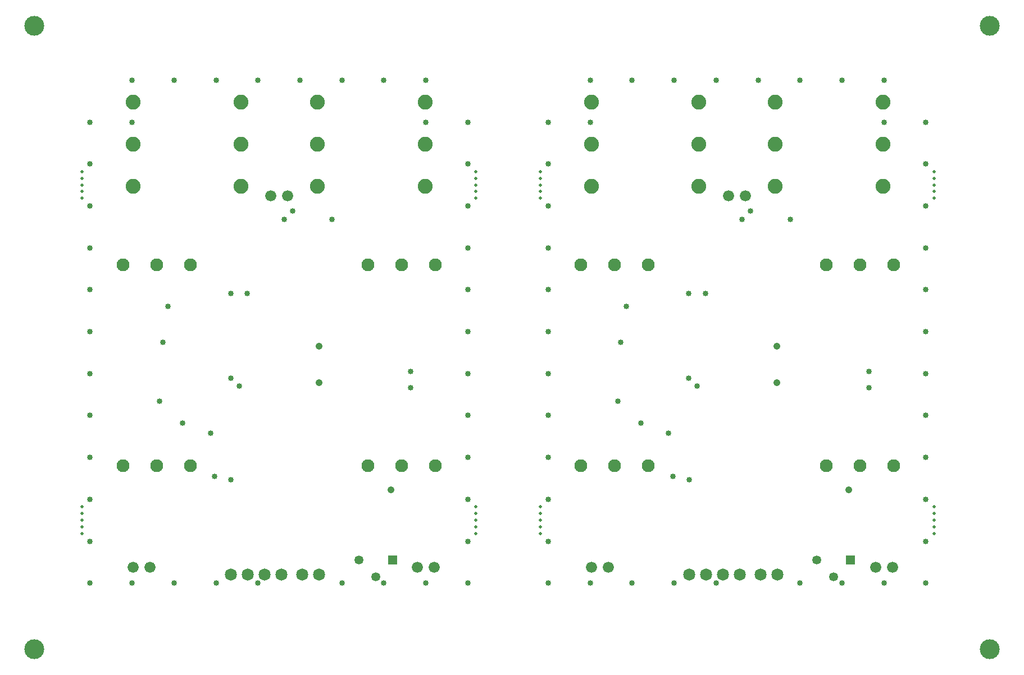
<source format=gbs>
G04*
G04 #@! TF.GenerationSoftware,Altium Limited,Altium Designer,19.1.6 (110)*
G04*
G04 Layer_Color=16711935*
%FSLAX25Y25*%
%MOIN*%
G70*
G01*
G75*
%ADD10C,0.11811*%
%ADD32C,0.01968*%
%ADD69C,0.06591*%
%ADD70C,0.07191*%
%ADD71R,0.05315X0.05315*%
%ADD72C,0.05315*%
%ADD73C,0.07678*%
%ADD74C,0.08859*%
%ADD75C,0.03347*%
%ADD76C,0.04091*%
D10*
X11811Y11811D02*
D03*
X578740D02*
D03*
Y381890D02*
D03*
X11811Y381890D02*
D03*
D32*
X312106Y295374D02*
D03*
Y291437D02*
D03*
Y287500D02*
D03*
Y279626D02*
D03*
Y283563D02*
D03*
Y84449D02*
D03*
Y80511D02*
D03*
Y88386D02*
D03*
Y92323D02*
D03*
Y96260D02*
D03*
X545669Y283563D02*
D03*
Y279626D02*
D03*
Y287500D02*
D03*
Y291437D02*
D03*
Y295374D02*
D03*
Y84449D02*
D03*
Y80511D02*
D03*
Y88386D02*
D03*
Y92323D02*
D03*
Y96260D02*
D03*
X273819D02*
D03*
Y92323D02*
D03*
Y88386D02*
D03*
Y80511D02*
D03*
Y84449D02*
D03*
Y295374D02*
D03*
Y291437D02*
D03*
Y287500D02*
D03*
Y279626D02*
D03*
Y283563D02*
D03*
X40256Y96260D02*
D03*
Y92323D02*
D03*
Y88386D02*
D03*
Y80511D02*
D03*
Y84449D02*
D03*
Y283563D02*
D03*
Y279626D02*
D03*
Y287500D02*
D03*
Y291437D02*
D03*
Y295374D02*
D03*
D69*
X152037Y281039D02*
D03*
X162037D02*
D03*
X70423Y60272D02*
D03*
X80423D02*
D03*
X249150Y60469D02*
D03*
X239150D02*
D03*
X423907Y281039D02*
D03*
X433907D02*
D03*
X342293Y60272D02*
D03*
X352293D02*
D03*
X521020Y60469D02*
D03*
X511020D02*
D03*
D70*
X148504Y56039D02*
D03*
X158504D02*
D03*
X128505D02*
D03*
X138505D02*
D03*
X180738Y55941D02*
D03*
X170738D02*
D03*
X420375Y56039D02*
D03*
X430375D02*
D03*
X400375D02*
D03*
X410375D02*
D03*
X452608Y55941D02*
D03*
X442608D02*
D03*
D71*
X224394Y64799D02*
D03*
X496265D02*
D03*
D72*
X214394Y54799D02*
D03*
X204394Y64799D02*
D03*
X486265Y54799D02*
D03*
X476264Y64799D02*
D03*
D73*
X249797Y240122D02*
D03*
X229797D02*
D03*
X209797D02*
D03*
X249797Y120622D02*
D03*
X229797D02*
D03*
X209797D02*
D03*
X104297Y240122D02*
D03*
X84297D02*
D03*
X64297D02*
D03*
X104297Y120622D02*
D03*
X84297D02*
D03*
X64297D02*
D03*
X521667Y240122D02*
D03*
X501667D02*
D03*
X481667D02*
D03*
X521667Y120622D02*
D03*
X501667D02*
D03*
X481667D02*
D03*
X376167Y240122D02*
D03*
X356167D02*
D03*
X336167D02*
D03*
X376167Y120622D02*
D03*
X356167D02*
D03*
X336167D02*
D03*
D74*
X179708Y311722D02*
D03*
X243606D02*
D03*
X179708Y336722D02*
D03*
X243606D02*
D03*
X179708Y286722D02*
D03*
X243606D02*
D03*
X70489Y311722D02*
D03*
X134387D02*
D03*
X70489Y336722D02*
D03*
X134387D02*
D03*
X70489Y286722D02*
D03*
X134387D02*
D03*
X451578Y311722D02*
D03*
X515476D02*
D03*
X451578Y336722D02*
D03*
X515476D02*
D03*
X451578Y286722D02*
D03*
X515476D02*
D03*
X342359Y311722D02*
D03*
X406257D02*
D03*
X342359Y336722D02*
D03*
X406257D02*
D03*
X342359Y286722D02*
D03*
X406257D02*
D03*
D75*
X269024Y324846D02*
D03*
Y299946D02*
D03*
Y275046D02*
D03*
Y250146D02*
D03*
Y225246D02*
D03*
Y200346D02*
D03*
Y175446D02*
D03*
Y150546D02*
D03*
Y125646D02*
D03*
Y100746D02*
D03*
Y75846D02*
D03*
Y50946D02*
D03*
X244124Y349746D02*
D03*
Y324846D02*
D03*
Y50946D02*
D03*
X219224Y349746D02*
D03*
Y50946D02*
D03*
X194324Y349746D02*
D03*
Y50946D02*
D03*
X169424Y349746D02*
D03*
X144524D02*
D03*
Y50946D02*
D03*
X119624Y349746D02*
D03*
Y50946D02*
D03*
X94724Y349746D02*
D03*
Y50946D02*
D03*
X69824Y349746D02*
D03*
Y324846D02*
D03*
Y50946D02*
D03*
X44924Y324846D02*
D03*
Y299946D02*
D03*
Y275046D02*
D03*
Y250146D02*
D03*
Y225246D02*
D03*
Y200346D02*
D03*
Y175446D02*
D03*
Y150546D02*
D03*
Y125646D02*
D03*
Y100746D02*
D03*
Y75846D02*
D03*
Y50946D02*
D03*
X128395Y172772D02*
D03*
X118848Y114504D02*
D03*
X128494Y112432D02*
D03*
X133317Y167949D02*
D03*
X116289Y139996D02*
D03*
X99753Y146000D02*
D03*
X235088Y167063D02*
D03*
X235088Y176677D02*
D03*
X188417Y266866D02*
D03*
X128395Y223067D02*
D03*
X138180D02*
D03*
X164963Y271977D02*
D03*
X159990Y266866D02*
D03*
X86072Y158992D02*
D03*
X91203Y215476D02*
D03*
X88028Y194117D02*
D03*
X540895Y324846D02*
D03*
Y299946D02*
D03*
Y275046D02*
D03*
Y250146D02*
D03*
Y225246D02*
D03*
Y200346D02*
D03*
Y175446D02*
D03*
Y150546D02*
D03*
Y125646D02*
D03*
Y100746D02*
D03*
Y75846D02*
D03*
Y50946D02*
D03*
X515995Y349746D02*
D03*
Y324846D02*
D03*
Y50946D02*
D03*
X491094Y349746D02*
D03*
Y50946D02*
D03*
X466194Y349746D02*
D03*
Y50946D02*
D03*
X441294Y349746D02*
D03*
X416395D02*
D03*
Y50946D02*
D03*
X391494Y349746D02*
D03*
Y50946D02*
D03*
X366595Y349746D02*
D03*
Y50946D02*
D03*
X341694Y349746D02*
D03*
Y324846D02*
D03*
Y50946D02*
D03*
X316794Y324846D02*
D03*
Y299946D02*
D03*
Y275046D02*
D03*
Y250146D02*
D03*
Y225246D02*
D03*
Y200346D02*
D03*
Y175446D02*
D03*
Y150546D02*
D03*
Y125646D02*
D03*
Y100746D02*
D03*
Y75846D02*
D03*
Y50946D02*
D03*
X400266Y172772D02*
D03*
X390718Y114504D02*
D03*
X400364Y112432D02*
D03*
X405187Y167949D02*
D03*
X388159Y139996D02*
D03*
X371623Y146000D02*
D03*
X506958Y167063D02*
D03*
X506958Y176677D02*
D03*
X460287Y266866D02*
D03*
X400266Y223067D02*
D03*
X410050D02*
D03*
X436833Y271977D02*
D03*
X431860Y266866D02*
D03*
X357943Y158992D02*
D03*
X363073Y215476D02*
D03*
X359898Y194117D02*
D03*
D76*
X180659Y191669D02*
D03*
Y170016D02*
D03*
X223324Y106335D02*
D03*
X452529Y191669D02*
D03*
Y170016D02*
D03*
X495194Y106335D02*
D03*
M02*

</source>
